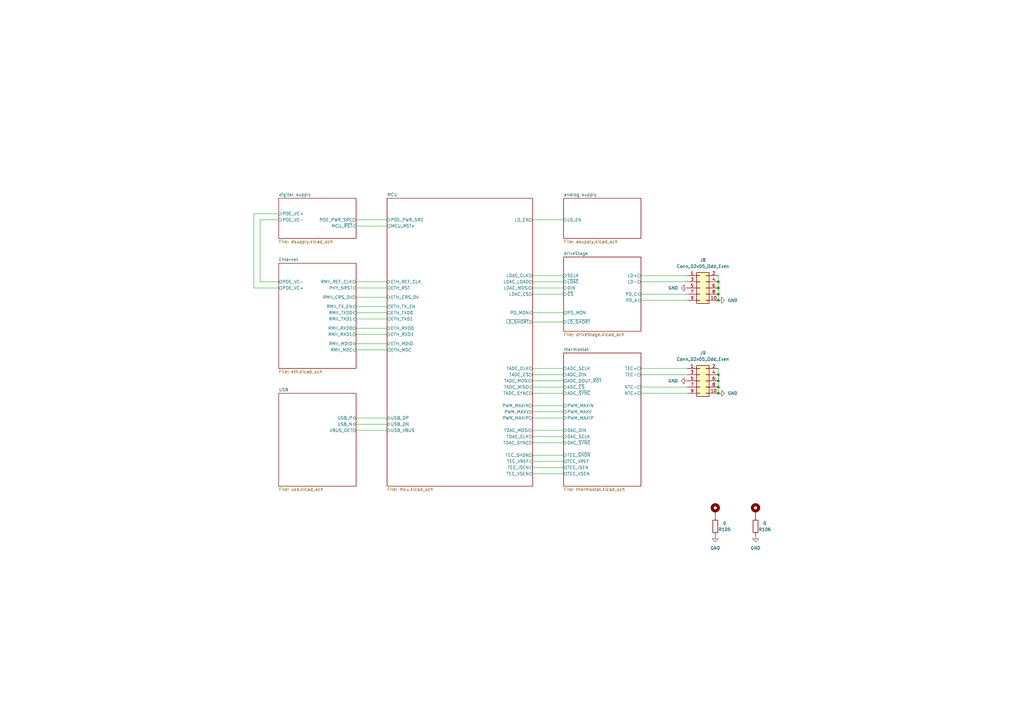
<source format=kicad_sch>
(kicad_sch (version 20211123) (generator eeschema)
  (paper "A3")
  (title_block (title "Kirdy") (date "2022-07-03") (rev "r0.1") (company "M-Labs") (comment 1 "Alex Wong Tat Hang"))
  (lib_symbols
    (symbol "Connector_Generic:Conn_02x05_Odd_Even" (pin_names (offset 1.016) hide)
      (property "Reference" "J" (at 1.27 7.62 0))
      (property "Value" "Conn_02x05_Odd_Even" (at 1.27 -7.62 0))
      (symbol "Conn_02x05_Odd_Even_1_1"
        (rectangle (start -1.27 -4.953) (end 0 -5.207) (stroke (width 0.1524)))
        (rectangle (start -1.27 -2.413) (end 0 -2.667) (stroke (width 0.1524)))
        (rectangle (start -1.27 0.127) (end 0 -0.127) (stroke (width 0.1524)))
        (rectangle (start -1.27 2.667) (end 0 2.413) (stroke (width 0.1524)))
        (rectangle (start -1.27 5.207) (end 0 4.953) (stroke (width 0.1524)))
        (rectangle (start -1.27 6.35) (end 3.81 -6.35) (stroke (width 0.254)) (fill (type background)))
        (rectangle (start 3.81 -4.953) (end 2.54 -5.207) (stroke (width 0.1524)))
        (rectangle (start 3.81 -2.413) (end 2.54 -2.667) (stroke (width 0.1524)))
        (rectangle (start 3.81 0.127) (end 2.54 -0.127) (stroke (width 0.1524)))
        (rectangle (start 3.81 2.667) (end 2.54 2.413) (stroke (width 0.1524)))
        (rectangle (start 3.81 5.207) (end 2.54 4.953) (stroke (width 0.1524)))
        (pin passive line (at -5.08 5.08 0) (length 3.81) (name "Pin_1") (number "1"))
        (pin passive line (at 7.62 -5.08 180) (length 3.81) (name "Pin_10") (number "10"))
        (pin passive line (at 7.62 5.08 180) (length 3.81) (name "Pin_2") (number "2"))
        (pin passive line (at -5.08 2.54 0) (length 3.81) (name "Pin_3") (number "3"))
        (pin passive line (at 7.62 2.54 180) (length 3.81) (name "Pin_4") (number "4"))
        (pin passive line (at -5.08 0 0) (length 3.81) (name "Pin_5") (number "5"))
        (pin passive line (at 7.62 0 180) (length 3.81) (name "Pin_6") (number "6"))
        (pin passive line (at -5.08 -2.54 0) (length 3.81) (name "Pin_7") (number "7"))
        (pin passive line (at 7.62 -2.54 180) (length 3.81) (name "Pin_8") (number "8"))
        (pin passive line (at -5.08 -5.08 0) (length 3.81) (name "Pin_9") (number "9"))
      )
    )
    (symbol "Device:R" (pin_numbers hide) (pin_names (offset 0))
      (property "Reference" "R" (at 2.032 0 90))
      (property "Value" "R" (at 0 0 90))
      (symbol "R_0_1"
        (rectangle (start -1.016 -2.54) (end 1.016 2.54) (stroke (width 0.254)))
      )
      (symbol "R_1_1"
        (pin passive line (at 0 3.81 270) (length 1.27) (name "~") (number "1"))
        (pin passive line (at 0 -3.81 90) (length 1.27) (name "~") (number "2"))
      )
    )
    (symbol "Mechanical:MountingHole_Pad" (pin_numbers hide) (pin_names (offset 1.016) hide)
      (property "Reference" "H" (at 0 6.35 0))
      (property "Value" "MountingHole_Pad" (at 0 4.445 0))
      (symbol "MountingHole_Pad_0_1"
        (circle (center 0 1.27) (radius 1.27) (stroke (width 1.27)))
      )
      (symbol "MountingHole_Pad_1_1"
        (pin input line (at 0 -2.54 90) (length 2.54) (name "1") (number "1"))
      )
    )
    (symbol "power:GND" (power) (pin_names (offset 0))
      (property "Value" "GND" (at 0 -3.81 0))
      (symbol "GND_0_1"
        (polyline (pts (xy 0 0) (xy 0 -1.27) (xy 1.27 -1.27) (xy 0 -2.54) (xy -1.27 -1.27) (xy 0 -1.27)))
      )
      (symbol "GND_1_1"
        (pin power_in line (at 0 0 270) (length 0) hide (name "GND") (number "1"))
      )
    )
  )
  (junction (at 294.64 161.29))
  (junction (at 294.64 118.11))
  (junction (at 294.64 158.75))
  (junction (at 294.64 156.21))
  (junction (at 294.64 120.65))
  (junction (at 294.64 115.57))
  (junction (at 294.64 153.67))
  (junction (at 294.64 123.19))
  (wire (pts (xy 146.05 176.53) (xy 158.75 176.53)))
  (wire (pts (xy 294.64 153.67) (xy 294.64 156.21)))
  (wire (pts (xy 218.44 168.91) (xy 231.14 168.91)))
  (wire (pts (xy 218.44 176.53) (xy 231.14 176.53)))
  (wire (pts (xy 294.64 115.57) (xy 294.64 118.11)))
  (wire (pts (xy 146.05 125.73) (xy 158.75 125.73)))
  (wire (pts (xy 262.89 123.19) (xy 281.94 123.19)))
  (wire (pts (xy 218.44 151.13) (xy 231.14 151.13)))
  (wire (pts (xy 146.05 173.99) (xy 158.75 173.99)))
  (wire (pts (xy 218.44 161.29) (xy 231.14 161.29)))
  (wire (pts (xy 146.05 115.57) (xy 158.75 115.57)))
  (wire (pts (xy 218.44 90.17) (xy 231.14 90.17)))
  (wire (pts (xy 218.44 171.45) (xy 231.14 171.45)))
  (wire (pts (xy 146.05 140.97) (xy 158.75 140.97)))
  (wire (pts (xy 218.44 194.31) (xy 231.14 194.31)))
  (wire (pts (xy 218.44 153.67) (xy 231.14 153.67)))
  (wire (pts (xy 104.14 118.11) (xy 104.14 87.63)))
  (wire (pts (xy 218.44 166.37) (xy 231.14 166.37)))
  (wire (pts (xy 218.44 189.23) (xy 231.14 189.23)))
  (wire (pts (xy 218.44 179.07) (xy 231.14 179.07)))
  (wire (pts (xy 262.89 161.29) (xy 281.94 161.29)))
  (wire (pts (xy 146.05 121.92) (xy 158.75 121.92)))
  (wire (pts (xy 146.05 171.45) (xy 158.75 171.45)))
  (wire (pts (xy 262.89 113.03) (xy 281.94 113.03)))
  (wire (pts (xy 146.05 90.17) (xy 158.75 90.17)))
  (wire (pts (xy 294.64 118.11) (xy 294.64 120.65)))
  (wire (pts (xy 106.68 115.57) (xy 106.68 90.17)))
  (wire (pts (xy 146.05 130.81) (xy 158.75 130.81)))
  (wire (pts (xy 218.44 115.57) (xy 231.14 115.57)))
  (wire (pts (xy 262.89 120.65) (xy 281.94 120.65)))
  (wire (pts (xy 106.68 90.17) (xy 114.3 90.17)))
  (wire (pts (xy 146.05 118.11) (xy 158.75 118.11)))
  (wire (pts (xy 146.05 128.27) (xy 158.75 128.27)))
  (wire (pts (xy 294.64 158.75) (xy 294.64 161.29)))
  (wire (pts (xy 114.3 118.11) (xy 104.14 118.11)))
  (wire (pts (xy 262.89 158.75) (xy 281.94 158.75)))
  (wire (pts (xy 218.44 132.08) (xy 231.14 132.08)))
  (wire (pts (xy 146.05 134.62) (xy 158.75 134.62)))
  (wire (pts (xy 218.44 118.11) (xy 231.14 118.11)))
  (wire (pts (xy 294.64 120.65) (xy 294.64 123.19)))
  (wire (pts (xy 218.44 156.21) (xy 231.14 156.21)))
  (wire (pts (xy 218.44 128.27) (xy 231.14 128.27)))
  (wire (pts (xy 218.44 186.69) (xy 231.14 186.69)))
  (wire (pts (xy 218.44 181.61) (xy 231.14 181.61)))
  (wire (pts (xy 218.44 158.75) (xy 231.14 158.75)))
  (wire (pts (xy 294.64 113.03) (xy 294.64 115.57)))
  (wire (pts (xy 218.44 120.65) (xy 231.14 120.65)))
  (wire (pts (xy 104.14 87.63) (xy 114.3 87.63)))
  (wire (pts (xy 262.89 151.13) (xy 281.94 151.13)))
  (wire (pts (xy 114.3 115.57) (xy 106.68 115.57)))
  (wire (pts (xy 262.89 153.67) (xy 281.94 153.67)))
  (wire (pts (xy 294.64 156.21) (xy 294.64 158.75)))
  (wire (pts (xy 146.05 143.51) (xy 158.75 143.51)))
  (wire (pts (xy 262.89 115.57) (xy 281.94 115.57)))
  (wire (pts (xy 218.44 191.77) (xy 231.14 191.77)))
  (wire (pts (xy 146.05 92.71) (xy 158.75 92.71)))
  (wire (pts (xy 218.44 113.03) (xy 231.14 113.03)))
  (wire (pts (xy 294.64 151.13) (xy 294.64 153.67)))
  (wire (pts (xy 146.05 137.16) (xy 158.75 137.16)))
  (symbol (lib_id "Connector_Generic:Conn_02x05_Odd_Even") (at 287.02 156.21 0) (unit 1)
    (property "Reference" "J9" (at 288.29 144.78 0))
    (property "Value" "Conn_02x05_Odd_Even" (at 288.29 147.32 0))
    (property "Footprint" "Connector_PinHeader_2.54mm:PinHeader_2x05_P2.54mm_Vertical_SMD" (effects hide))
    (property "MFR_PN" "3020-10-0300-00" (effects hide))
    (property "MFR_PN_ALT" "SBH11-NBPC-D05-SM-BK" (effects hide))
  )
  (symbol (lib_id "power:GND") (at 309.88 219.71 0) (unit 1)
    (property "Reference" "#PWR0175" (effects hide))
    (property "Value" "GND" (at 309.88 224.79 0))
  )
  (symbol (lib_id "Device:R") (at 293.37 215.9 180) (unit 1)
    (property "Reference" "R105" (at 297.18 217.17 0))
    (property "Value" "0" (at 297.18 214.63 0))
    (property "Footprint" "Resistor_SMD:R_0603_1608Metric" (effects hide))
    (property "MFR_PN" "RMCF0603ZT0R00" (effects hide))
    (property "MFR_PN_ALT" "CR0603-J/-000ELF" (effects hide))
  )
  (symbol (lib_id "power:GND") (at 294.64 161.29 90) (unit 1)
    (property "Reference" "#PWR0159" (effects hide))
    (property "Value" "GND" (at 298.45 161.2899 90) (effects (justify right)))
  )
  (symbol (lib_id "power:GND") (at 281.94 118.11 270) (unit 1)
    (property "Reference" "#PWR0156" (effects hide))
    (property "Value" "GND" (at 278.13 118.1099 90) (effects (justify right)))
  )
  (symbol (lib_id "power:GND") (at 294.64 123.19 90) (unit 1)
    (property "Reference" "#PWR0158" (effects hide))
    (property "Value" "GND" (at 298.45 123.1899 90) (effects (justify right)))
  )
  (symbol (lib_id "Mechanical:MountingHole_Pad") (at 293.37 209.55 0) (unit 1)
    (property "Reference" "H1" (effects hide))
    (property "Value" "MountingHole_Pad" (effects hide))
    (property "Footprint" "MountingHole:MountingHole_2.7mm_M2.5_Pad_Via" (effects hide))
  )
  (symbol (lib_id "Mechanical:MountingHole_Pad") (at 309.88 209.55 0) (unit 1)
    (property "Reference" "H2" (effects hide))
    (property "Value" "MountingHole_Pad" (effects hide))
    (property "Footprint" "MountingHole:MountingHole_2.7mm_M2.5_Pad_Via" (effects hide))
  )
  (symbol (lib_id "Connector_Generic:Conn_02x05_Odd_Even") (at 287.02 118.11 0) (unit 1)
    (property "Reference" "J8" (at 288.29 106.68 0))
    (property "Value" "Conn_02x05_Odd_Even" (at 288.29 109.22 0))
    (property "Footprint" "Connector_PinHeader_2.54mm:PinHeader_2x05_P2.54mm_Vertical_SMD" (effects hide))
    (property "MFR_PN" "3020-10-0300-00" (effects hide))
    (property "MFR_PN_ALT" "SBH11-NBPC-D05-SM-BK" (effects hide))
  )
  (symbol (lib_id "power:GND") (at 293.37 219.71 0) (unit 1)
    (property "Reference" "#PWR0174" (effects hide))
    (property "Value" "GND" (at 293.37 224.79 0))
  )
  (symbol (lib_id "power:GND") (at 281.94 156.21 270) (unit 1)
    (property "Reference" "#PWR0157" (effects hide))
    (property "Value" "GND" (at 278.13 156.2099 90) (effects (justify right)))
  )
  (symbol (lib_id "Device:R") (at 309.88 215.9 180) (unit 1)
    (property "Reference" "R106" (at 313.69 217.17 0))
    (property "Value" "0" (at 313.69 214.63 0))
    (property "Footprint" "Resistor_SMD:R_0603_1608Metric" (effects hide))
    (property "MFR_PN" "RMCF0603ZT0R00" (effects hide))
    (property "MFR_PN_ALT" "CR0603-J/-000ELF" (effects hide))
  )
  (sheet (at 114.3 107.95) (size 31.75 43.18) (stroke (width 0.1524))
    (property "Sheet name" "Ehternet" (at 114.3 107.2384 0) (effects (justify left bottom)))
    (property "Sheet file" "eth.kicad_sch" (at 114.3 151.7146 0) (effects (justify left top)))
    (pin "RMII_MDIO" bidirectional (at 146.05 140.97 0))
    (pin "PHY_NRST" input (at 146.05 118.11 0))
    (pin "RMII_MDC" input (at 146.05 143.51 0))
    (pin "RMII_CRS_DV" output (at 146.05 121.92 0))
    (pin "RMII_TX_EN" input (at 146.05 125.73 0))
    (pin "RMII_TXD0" input (at 146.05 128.27 0))
    (pin "RMII_TXD1" input (at 146.05 130.81 0))
    (pin "RMII_RXD0" output (at 146.05 134.62 0))
    (pin "RMII_RXD1" output (at 146.05 137.16 0))
    (pin "POE_VC-" output (at 114.3 115.57 180))
    (pin "POE_VC+" output (at 114.3 118.11 180))
    (pin "RMII_REF_CLK" output (at 146.05 115.57 0))
  )
  (sheet (at 114.3 161.29) (size 31.75 38.1) (stroke (width 0.1524))
    (property "Sheet name" "USB" (at 114.3 160.5784 0) (effects (justify left bottom)))
    (property "Sheet file" "usb.kicad_sch" (at 114.3 199.9746 0) (effects (justify left top)))
    (pin "USB_N" bidirectional (at 146.05 173.99 0))
    (pin "USB_P" bidirectional (at 146.05 171.45 0))
    (pin "VBUS_DET" output (at 146.05 176.53 0))
  )
  (sheet (at 231.14 105.41) (size 31.75 30.48) (stroke (width 0.1524))
    (property "Sheet name" "driveStage" (at 231.14 104.6984 0) (effects (justify left bottom)))
    (property "Sheet file" "driveStage.kicad_sch" (at 231.14 136.4746 0) (effects (justify left top)))
    (pin "LD-" output (at 262.89 115.57 0))
    (pin "LD+" output (at 262.89 113.03 0))
    (pin "SCLK" input (at 231.14 113.03 180))
    (pin "DIN" input (at 231.14 118.11 180))
    (pin "~{LDAC}" input (at 231.14 115.57 180))
    (pin "~{CS}" input (at 231.14 120.65 180))
    (pin "PD_A" input (at 262.89 123.19 0))
    (pin "PD_C" input (at 262.89 120.65 0))
    (pin "PD_MON" output (at 231.14 128.27 180))
    (pin "~{LD_SHORT}" input (at 231.14 132.08 180))
  )
  (sheet (at 114.3 81.28) (size 31.75 16.51) (stroke (width 0.1524))
    (property "Sheet name" "digital supply" (at 114.3 80.5684 0) (effects (justify left bottom)))
    (property "Sheet file" "dsupply.kicad_sch" (at 114.3 98.3746 0) (effects (justify left top)))
    (pin "POE_VC-" input (at 114.3 90.17 180))
    (pin "MCU_~{RST}" input (at 146.05 92.71 0))
    (pin "POE_VC+" input (at 114.3 87.63 180))
    (pin "POE_PWR_SRC" output (at 146.05 90.17 0))
  )
  (sheet (at 231.14 144.78) (size 31.75 54.61) (stroke (width 0.1524))
    (property "Sheet name" "thermostat" (at 231.14 144.0684 0) (effects (justify left bottom)))
    (property "Sheet file" "thermostat.kicad_sch" (at 231.14 199.9746 0) (effects (justify left top)))
    (pin "TEC-" output (at 262.89 153.67 0))
    (pin "TEC+" output (at 262.89 151.13 0))
    (pin "NTC-" passive (at 262.89 158.75 0))
    (pin "NTC+" passive (at 262.89 161.29 0))
    (pin "DAC_~{SYNC}" input (at 231.14 181.61 180))
    (pin "DAC_SCLK" input (at 231.14 179.07 180))
    (pin "DAC_DIN" input (at 231.14 176.53 180))
    (pin "PWM_MAXV" input (at 231.14 168.91 180))
    (pin "ADC_SCLK" input (at 231.14 151.13 180))
    (pin "ADC_DIN" input (at 231.14 153.67 180))
    (pin "ADC_DOUT_~{RDY}" output (at 231.14 156.21 180))
    (pin "ADC_~{CS}" input (at 231.14 158.75 180))
    (pin "ADC_~{SYNC}" input (at 231.14 161.29 180))
    (pin "PWM_MAXIN" input (at 231.14 166.37 180))
    (pin "PWM_MAXIP" input (at 231.14 171.45 180))
    (pin "TEC_~{SHDN}" input (at 231.14 186.69 180))
    (pin "TEC_ISEN" output (at 231.14 191.77 180))
    (pin "TEC_VREF" output (at 231.14 189.23 180))
    (pin "TEC_VSEN" output (at 231.14 194.31 180))
  )
  (sheet (at 231.14 81.28) (size 31.75 16.51) (stroke (width 0.1524))
    (property "Sheet name" "analog supply" (at 231.14 80.5684 0) (effects (justify left bottom)))
    (property "Sheet file" "asupply.kicad_sch" (at 231.14 98.3746 0) (effects (justify left top)))
    (pin "LD_EN" input (at 231.14 90.17 180))
  )
  (sheet (at 158.75 81.28) (size 59.69 118.11) (stroke (width 0.1524))
    (property "Sheet name" "MCU" (at 158.75 80.5684 0) (effects (justify left bottom)))
    (property "Sheet file" "mcu.kicad_sch" (at 158.75 199.9746 0) (effects (justify left top)))
    (pin "ETH_RST" output (at 158.75 118.11 180))
    (pin "ETH_MDIO" bidirectional (at 158.75 140.97 180))
    (pin "PD_MON" input (at 218.44 128.27 0))
    (pin "TEC_SHDN" output (at 218.44 186.69 0))
    (pin "TEC_VREF" input (at 218.44 189.23 0))
    (pin "ETH_CRS_DV" input (at 158.75 121.92 180))
    (pin "USB_VBUS" input (at 158.75 176.53 180))
    (pin "TEC_ISEN" input (at 218.44 191.77 0))
    (pin "TEC_VSEN" input (at 218.44 194.31 0))
    (pin "USB_DP" bidirectional (at 158.75 171.45 180))
    (pin "USB_DN" bidirectional (at 158.75 173.99 180))
    (pin "TADC_CS" output (at 218.44 153.67 0))
    (pin "LDAC_CLK" output (at 218.44 113.03 0))
    (pin "ETH_TX_EN" output (at 158.75 125.73 180))
    (pin "ETH_TXD0" output (at 158.75 128.27 180))
    (pin "ETH_TXD1" output (at 158.75 130.81 180))
    (pin "LDAC_LOAD" output (at 218.44 115.57 0))
    (pin "POE_PWR_SRC" input (at 158.75 90.17 180))
    (pin "ETH_RXD0" input (at 158.75 134.62 180))
    (pin "ETH_RXD1" input (at 158.75 137.16 180))
    (pin "LDAC_MOSI" output (at 218.44 118.11 0))
    (pin "TADC_MOSI" output (at 218.44 156.21 0))
    (pin "TADC_MISO" input (at 218.44 158.75 0))
    (pin "PWM_MAXIP" output (at 218.44 171.45 0))
    (pin "ETH_MDC" output (at 158.75 143.51 180))
    (pin "LDAC_CS" output (at 218.44 120.65 0))
    (pin "TADC_SYNC" output (at 218.44 161.29 0))
    (pin "TDAC_CLK" output (at 218.44 179.07 0))
    (pin "TDAC_SYNC" output (at 218.44 181.61 0))
    (pin "TDAC_MOSI" output (at 218.44 176.53 0))
    (pin "PWM_MAXIN" output (at 218.44 166.37 0))
    (pin "PWM_MAXV" output (at 218.44 168.91 0))
    (pin "TADC_CLK" output (at 218.44 151.13 0))
    (pin "ETH_REF_CLK" input (at 158.75 115.57 180))
    (pin "MCU_RSTn" output (at 158.75 92.71 180))
    (pin "LD_EN" output (at 218.44 90.17 0))
    (pin "~{LD_SHORT}" output (at 218.44 132.08 0))
  )
)
</source>
